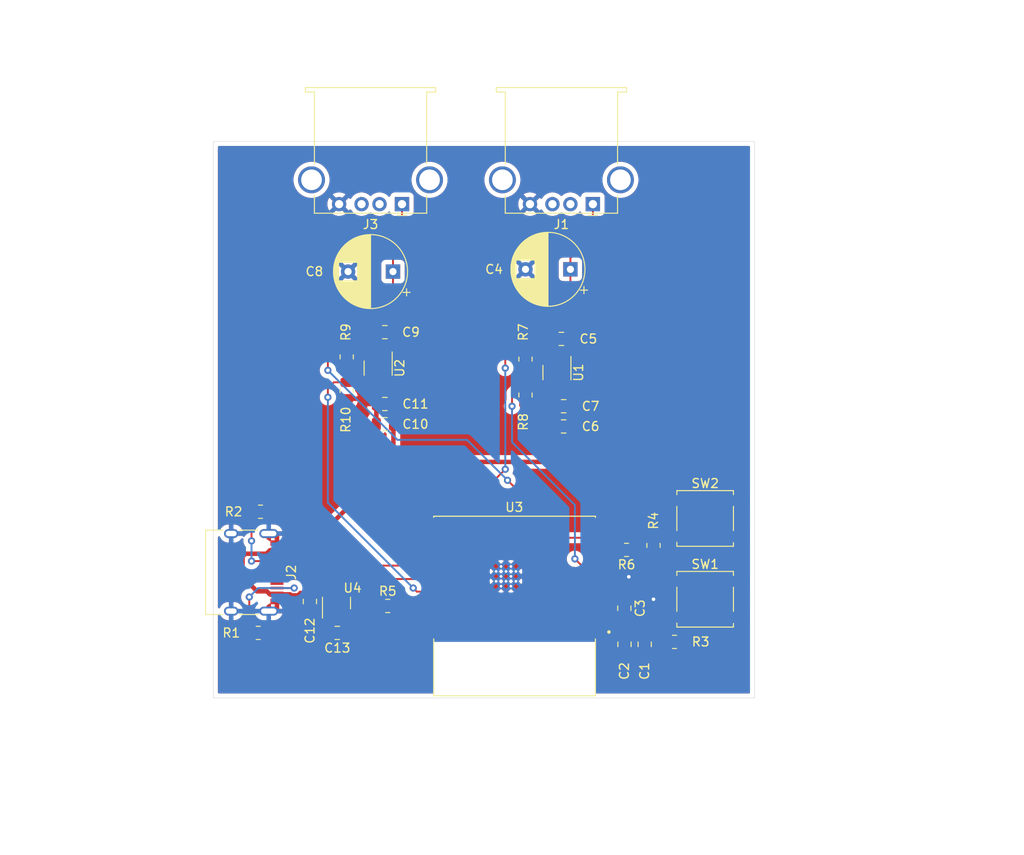
<source format=kicad_pcb>
(kicad_pcb (version 20211014) (generator pcbnew)
  (title_block (title "<<ID>>_<<project_name>>") (rev "<<version>>") (comment 4 "<<hash>>"))
  (layers (0 "F.Cu" signal) (31 "B.Cu" signal) (34 "B.Paste" user) (35 "F.Paste" user) (36 "B.SilkS" user "B.Silkscreen") (37 "F.SilkS" user "F.Silkscreen") (38 "B.Mask" user) (39 "F.Mask" user) (44 "Edge.Cuts" user))
  (net 0 "")
  (net 1 "+3.3V")
  (net 2 "GND")
  (net 3 "/EN")
  (net 4 "USB1_VCC")
  (net 5 "VCC")
  (net 6 "USB2_VCC")
  (net 10 "/CC1")
  (net 11 "D+")
  (net 12 "D-")
  (net 14 "/CC2")
  (net 19 "IO9")
  (net 20 "IO2")
  (net 21 "IO8")
  (net 22 "I010")
  (net 23 "IO7")
  (net 24 "IO3")
  (footprint "Resistor_SMD:R_0805_2012Metric" (layer "F.Cu") (at 175.5875 139.25)
    (fp_text reference "R3" (at 2.9125 0) (layer "F.SilkS"))
    (fp_text value "10K")
    (pad "1" smd roundrect (at -0.9125 0) (size 1.025 1.4) (layers "F.Cu" "F.Paste" "F.Mask") (roundrect_rratio 0.243902) (net 1 "+3.3V"))
    (pad "2" smd roundrect (at 0.9125 0) (size 1.025 1.4) (layers "F.Cu" "F.Paste" "F.Mask") (roundrect_rratio 0.243902) (net 3 "/EN"))
  )
  (footprint "Capacitor_SMD:C_0805_2012Metric" (layer "F.Cu") (at 163 105.5 180)
    (fp_text reference "C5" (at -3 0) (layer "F.SilkS"))
    (fp_text value "0.1uF")
    (pad "1" smd roundrect (at -0.95 0 180) (size 1 1.45) (layers "F.Cu" "F.Paste" "F.Mask") (net 4 "USB1_VCC"))
    (pad "2" smd roundrect (at 0.95 0 180) (size 1 1.45) (layers "F.Cu" "F.Paste" "F.Mask") (net 2 "GND"))
  )
  (footprint "Resistor_SMD:R_0805_2012Metric" (layer "F.Cu") (at 139.097349 111.25 -90)
    (fp_text reference "R10" (at 3.25 0.097349 90) (layer "F.SilkS"))
    (fp_text value "10k")
    (pad "1" smd roundrect (at -0.9125 0 270) (size 1.025 1.4) (layers "F.Cu" "F.Paste" "F.Mask") (roundrect_rratio 0.243902) (net 24 "IO3"))
    (pad "2" smd roundrect (at 0.9125 0 270) (size 1.025 1.4) (layers "F.Cu" "F.Paste" "F.Mask") (roundrect_rratio 0.243902) (net 2 "GND"))
  )
  (footprint "MCU_Espressif_custom:MODULE_ESP32-C3-WROOM-02-H4" (layer "F.Cu") (at 157.7875 135.25 180)
    (fp_text reference "U3" (at 0.0375 11) (layer "F.SilkS"))
    (fp_text value "ESP32-C3-WROOM-02-N4")
    (pad "1" smd rect (at -8.75 -2.9 180) (size 1.5 0.9) (layers "F.Cu" "F.Paste" "F.Mask") (net 1 "+3.3V"))
    (pad "2" smd rect (at -8.75 -1.4 180) (size 1.5 0.9) (layers "F.Cu" "F.Paste" "F.Mask") (net 3 "/EN"))
    (pad "3" smd rect (at -8.75 0.1 180) (size 1.5 0.9) (layers "F.Cu" "F.Paste" "F.Mask"))
    (pad "4" smd rect (at -8.75 1.6 180) (size 1.5 0.9) (layers "F.Cu" "F.Paste" "F.Mask"))
    (pad "5" smd rect (at -8.75 3.1 180) (size 1.5 0.9) (layers "F.Cu" "F.Paste" "F.Mask"))
    (pad "6" smd rect (at -8.75 4.6 180) (size 1.5 0.9) (layers "F.Cu" "F.Paste" "F.Mask") (net 23 "IO7"))
    (pad "7" smd rect (at -8.75 6.1 180) (size 1.5 0.9) (layers "F.Cu" "F.Paste" "F.Mask") (net 21 "IO8"))
    (pad "8" smd rect (at -8.75 7.6 180) (size 1.5 0.9) (layers "F.Cu" "F.Paste" "F.Mask") (net 19 "IO9"))
    (pad "9" smd rect (at -8.75 9.1 180) (size 1.5 0.9) (layers "F.Cu" "F.Paste" "F.Mask") (net 2 "GND"))
    (pad "10" smd rect (at 8.75 9.1 180) (size 1.5 0.9) (layers "F.Cu" "F.Paste" "F.Mask") (net 22 "I010"))
    (pad "11" smd rect (at 8.75 7.6 180) (size 1.5 0.9) (layers "F.Cu" "F.Paste" "F.Mask"))
    (pad "12" smd rect (at 8.75 6.1 180) (size 1.5 0.9) (layers "F.Cu" "F.Paste" "F.Mask"))
    (pad "13" smd rect (at 8.75 4.6 180) (size 1.5 0.9) (layers "F.Cu" "F.Paste" "F.Mask") (net 12 "D-"))
    (pad "14" smd rect (at 8.75 3.1 180) (size 1.5 0.9) (layers "F.Cu" "F.Paste" "F.Mask") (net 11 "D+"))
    (pad "15" smd rect (at 8.75 1.6 180) (size 1.5 0.9) (layers "F.Cu" "F.Paste" "F.Mask") (net 24 "IO3"))
    (pad "16" smd rect (at 8.75 0.1 180) (size 1.5 0.9) (layers "F.Cu" "F.Paste" "F.Mask") (net 20 "IO2"))
    (pad "17" smd rect (at 8.75 -1.4 180) (size 1.5 0.9) (layers "F.Cu" "F.Paste" "F.Mask"))
    (pad "18" smd rect (at 8.75 -2.9 180) (size 1.5 0.9) (layers "F.Cu" "F.Paste" "F.Mask"))
    (pad "19" smd rect (at -0.14 2.2 180) (size 0.7 0.7) (layers "F.Cu" "F.Paste" "F.Mask") (net 2 "GND"))
    (pad "20" smd rect (at 0.96 2.2 180) (size 0.7 0.7) (layers "F.Cu" "F.Paste" "F.Mask") (net 2 "GND"))
    (pad "21" smd rect (at 2.06 2.2 180) (size 0.7 0.7) (layers "F.Cu" "F.Paste" "F.Mask") (net 2 "GND"))
    (pad "22" smd rect (at -0.14 3.3 180) (size 0.7 0.7) (layers "F.Cu" "F.Paste" "F.Mask") (net 2 "GND"))
    (pad "23" smd rect (at 0.96 3.3 180) (size 0.7 0.7) (layers "F.Cu" "F.Paste" "F.Mask") (net 2 "GND"))
    (pad "24" smd rect (at 2.06 3.3 180) (size 0.7 0.7) (layers "F.Cu" "F.Paste" "F.Mask") (net 2 "GND"))
    (pad "25" smd rect (at -0.14 4.4 180) (size 0.7 0.7) (layers "F.Cu" "F.Paste" "F.Mask") (net 2 "GND"))
    (pad "26" smd rect (at 0.96 4.4 180) (size 0.7 0.7) (layers "F.Cu" "F.Paste" "F.Mask") (net 2 "GND"))
    (pad "27" smd rect (at 2.06 4.4 180) (size 0.7 0.7) (layers "F.Cu" "F.Paste" "F.Mask") (net 2 "GND"))
    (pad "28" thru_hole circle (at 0.41 2.2 180) (size 0.4 0.4) (drill 0.3) (layers *.Cu) (net 2 "GND"))
    (pad "29" thru_hole circle (at 1.51 2.2 180) (size 0.4 0.4) (drill 0.3) (layers *.Cu) (net 2 "GND"))
    (pad "30" thru_hole circle (at -0.14 2.75 180) (size 0.4 0.4) (drill 0.3) (layers *.Cu) (net 2 "GND"))
    (pad "31" thru_hole circle (at 0.96 2.75 180) (size 0.4 0.4) (drill 0.3) (layers *.Cu) (net 2 "GND"))
    (pad "32" thru_hole circle (at 2.06 2.75 180) (size 0.4 0.4) (drill 0.3) (layers *.Cu) (net 2 "GND"))
    (pad "33" thru_hole circle (at 0.41 3.3 180) (size 0.4 0.4) (drill 0.3) (layers *.Cu) (net 2 "GND"))
    (pad "34" thru_hole circle (at 1.51 3.3 180) (size 0.4 0.4) (drill 0.3) (layers *.Cu) (net 2 "GND"))
    (pad "35" thru_hole circle (at -0.14 3.85 180) (size 0.4 0.4) (drill 0.3) (layers *.Cu) (net 2 "GND"))
    (pad "36" thru_hole circle (at 0.96 3.85 180) (size 0.4 0.4) (drill 0.3) (layers *.Cu) (net 2 "GND"))
    (pad "37" thru_hole circle (at 2.06 3.85 180) (size 0.4 0.4) (drill 0.3) (layers *.Cu) (net 2 "GND"))
    (pad "38" thru_hole circle (at 0.41 4.4 180) (size 0.4 0.4) (drill 0.3) (layers *.Cu) (net 2 "GND"))
    (pad "39" thru_hole circle (at 1.51 4.4 180) (size 0.4 0.4) (drill 0.3) (layers *.Cu) (net 2 "GND"))
    (zone (net 0) (net_name "") (layer "F.Cu") (connect_pads (clearance 0)) (min_thickness 0.01)
      (keepout (tracks not_allowed) (vias not_allowed) (pads not_allowed) (copperpour not_allowed) (footprints allowed))
      (fill (thermal_gap 0.508) (thermal_bridge_width 0.508))
      (polygon (pts (xy 166.7875 145.25) (xy 148.7875 145.25) (xy 148.7875 139.25) (xy 166.7875 139.25)))
    )
    (zone (net 0) (net_name "") (layer "B.Cu") (connect_pads (clearance 0)) (min_thickness 0.01)
      (keepout (tracks not_allowed) (vias not_allowed) (pads not_allowed) (copperpour not_allowed) (footprints allowed))
      (fill (thermal_gap 0.508) (thermal_bridge_width 0.508))
      (polygon (pts (xy 166.7875 145.25) (xy 148.7875 145.25) (xy 148.7875 139.25) (xy 166.7875 139.25)))
    )
  )
  (footprint "Button_Switch_SMD:SW_SPST_EVPBF" (layer "F.Cu") (at 179 134.5)
    (fp_text reference "SW1" (at 0 -3.9) (layer "F.SilkS"))
    (fp_text value "EN")
    (pad "1" smd rect (at -2.88 -2) (size 2.75 1) (layers "F.Cu" "F.Paste" "F.Mask") (net 2 "GND"))
    (pad "1" smd rect (at 2.88 -2) (size 2.75 1) (layers "F.Cu" "F.Paste" "F.Mask") (net 2 "GND"))
    (pad "2" smd rect (at 2.88 2) (size 2.75 1) (layers "F.Cu" "F.Paste" "F.Mask") (net 3 "/EN"))
    (pad "2" smd rect (at -2.88 2) (size 2.75 1) (layers "F.Cu" "F.Paste" "F.Mask") (net 3 "/EN"))
  )
  (footprint "Resistor_SMD:R_0805_2012Metric" (layer "F.Cu") (at 159 107.75 -90)
    (fp_text reference "R7" (at -3 0.25 90) (layer "F.SilkS"))
    (fp_text value "10k")
    (pad "1" smd roundrect (at -0.9125 0 270) (size 1.025 1.4) (layers "F.Cu" "F.Paste" "F.Mask") (roundrect_rratio 0.243902) (net 22 "I010"))
    (pad "2" smd roundrect (at 0.9125 0 270) (size 1.025 1.4) (layers "F.Cu" "F.Paste" "F.Mask") (roundrect_rratio 0.243902) (net 5 "VCC"))
  )
  (footprint "Capacitor_SMD:C_0805_2012Metric" (layer "F.Cu") (at 170.02 139.52 -90)
    (fp_text reference "C2" (at 2.98 0.02 90) (layer "F.SilkS"))
    (fp_text value "0.1uF")
    (pad "1" smd roundrect (at -0.95 0 270) (size 1 1.45) (layers "F.Cu" "F.Paste" "F.Mask") (net 1 "+3.3V"))
    (pad "2" smd roundrect (at 0.95 0 270) (size 1 1.45) (layers "F.Cu" "F.Paste" "F.Mask") (net 2 "GND"))
  )
  (footprint "Capacitor_SMD:C_0805_2012Metric" (layer "F.Cu") (at 143.347349 115)
    (fp_text reference "C10" (at 3.402651 0) (layer "F.SilkS"))
    (fp_text value "10uF")
    (pad "1" smd roundrect (at -0.95 0) (size 1 1.45) (layers "F.Cu" "F.Paste" "F.Mask") (net 2 "GND"))
    (pad "2" smd roundrect (at 0.95 0) (size 1 1.45) (layers "F.Cu" "F.Paste" "F.Mask") (net 5 "VCC"))
  )
  (footprint "Capacitor_SMD:C_0805_2012Metric" (layer "F.Cu") (at 143.347349 112.75)
    (fp_text reference "C11" (at 3.402651 0) (layer "F.SilkS"))
    (fp_text value "1uF")
    (pad "1" smd roundrect (at -0.95 0) (size 1 1.45) (layers "F.Cu" "F.Paste" "F.Mask") (net 2 "GND"))
    (pad "2" smd roundrect (at 0.95 0) (size 1 1.45) (layers "F.Cu" "F.Paste" "F.Mask") (net 5 "VCC"))
  )
  (footprint "Resistor_SMD:R_0805_2012Metric" (layer "F.Cu") (at 139.097349 107.5 -90)
    (fp_text reference "R9" (at -2.75 0.097349 90) (layer "F.SilkS"))
    (fp_text value "10k")
    (pad "1" smd roundrect (at -0.9125 0 270) (size 1.025 1.4) (layers "F.Cu" "F.Paste" "F.Mask") (roundrect_rratio 0.243902) (net 19 "IO9"))
    (pad "2" smd roundrect (at 0.9125 0 270) (size 1.025 1.4) (layers "F.Cu" "F.Paste" "F.Mask") (roundrect_rratio 0.243902) (net 5 "VCC"))
  )
  (footprint "Capacitor_SMD:C_0805_2012Metric" (layer "F.Cu") (at 143.347349 104.75 180)
    (fp_text reference "C9" (at -2.902651 0) (layer "F.SilkS"))
    (fp_text value "0.1uF")
    (pad "1" smd roundrect (at -0.95 0 180) (size 1 1.45) (layers "F.Cu" "F.Paste" "F.Mask") (net 6 "USB2_VCC"))
    (pad "2" smd roundrect (at 0.95 0 180) (size 1 1.45) (layers "F.Cu" "F.Paste" "F.Mask") (net 2 "GND"))
  )
  (footprint "Resistor_SMD:R_0805_2012Metric" (layer "F.Cu") (at 159 111.75 -90)
    (fp_text reference "R8" (at 3 0.25 90) (layer "F.SilkS"))
    (fp_text value "10k")
    (pad "1" smd roundrect (at -0.9125 0 270) (size 1.025 1.4) (layers "F.Cu" "F.Paste" "F.Mask") (roundrect_rratio 0.243902) (net 23 "IO7"))
    (pad "2" smd roundrect (at 0.9125 0 270) (size 1.025 1.4) (layers "F.Cu" "F.Paste" "F.Mask") (roundrect_rratio 0.243902) (net 2 "GND"))
  )
  (footprint "Capacitor_THT:CP_Radial_D8.0mm_P5.00mm" (layer "F.Cu") (at 144.25 98 180)
    (fp_text reference "C8" (at 8.75 0) (layer "F.SilkS"))
    (fp_text value "120uF")
    (pad "1" thru_hole rect (at 0 0 180) (size 1.6 1.6) (drill 0.8) (layers *.Cu *.Mask) (net 6 "USB2_VCC"))
    (pad "2" thru_hole circle (at 5 0 180) (size 1.6 1.6) (drill 0.8) (layers *.Cu *.Mask) (net 2 "GND"))
  )
  (footprint "Capacitor_SMD:C_0805_2012Metric" (layer "F.Cu") (at 135 134.75 -90)
    (fp_text reference "C12" (at 3.25 0 90) (layer "F.SilkS"))
    (fp_text value "1uF")
    (pad "1" smd roundrect (at -0.95 0 270) (size 1 1.45) (layers "F.Cu" "F.Paste" "F.Mask") (net 5 "VCC"))
    (pad "2" smd roundrect (at 0.95 0 270) (size 1 1.45) (layers "F.Cu" "F.Paste" "F.Mask") (net 2 "GND"))
  )
  (footprint "Connector_USB:USB_A_Stewart_SS-52100-001_Horizontal" (layer "F.Cu") (at 145.25 90.49 180)
    (fp_text reference "J3" (at 3.5 -2.26) (layer "F.SilkS"))
    (fp_text value "USB_A")
    (pad "1" thru_hole rect (at 0 0 180) (size 1.6 1.6) (drill 0.92) (layers *.Cu *.Mask) (net 6 "USB2_VCC"))
    (pad "2" thru_hole circle (at 2.5 0 180) (size 1.6 1.6) (drill 0.92) (layers *.Cu *.Mask))
    (pad "3" thru_hole circle (at 4.5 0 180) (size 1.6 1.6) (drill 0.92) (layers *.Cu *.Mask))
    (pad "4" thru_hole circle (at 7 0 180) (size 1.6 1.6) (drill 0.92) (layers *.Cu *.Mask) (net 2 "GND"))
    (pad "5" thru_hole circle (at 10.07 2.71 180) (size 3 3) (drill 2.3) (layers *.Cu *.Mask))
    (pad "5" thru_hole circle (at -3.07 2.71 180) (size 3 3) (drill 2.3) (layers *.Cu *.Mask))
  )
  (footprint "Capacitor_SMD:C_0805_2012Metric" (layer "F.Cu") (at 138.05 138.25 180)
    (fp_text reference "C13" (at 0 -1.68) (layer "F.SilkS"))
    (fp_text value "1uF")
    (pad "1" smd roundrect (at -0.95 0 180) (size 1 1.45) (layers "F.Cu" "F.Paste" "F.Mask") (net 1 "+3.3V"))
    (pad "2" smd roundrect (at 0.95 0 180) (size 1 1.45) (layers "F.Cu" "F.Paste" "F.Mask") (net 2 "GND"))
  )
  (footprint "Resistor_SMD:R_0805_2012Metric" (layer "F.Cu") (at 129.5 124.75 180)
    (fp_text reference "R2" (at 3 0) (layer "F.SilkS"))
    (fp_text value "5.1k")
    (pad "1" smd roundrect (at -0.9125 0 180) (size 1.025 1.4) (layers "F.Cu" "F.Paste" "F.Mask") (roundrect_rratio 0.243902) (net 2 "GND"))
    (pad "2" smd roundrect (at 0.9125 0 180) (size 1.025 1.4) (layers "F.Cu" "F.Paste" "F.Mask") (roundrect_rratio 0.243902) (net 10 "/CC1"))
  )
  (footprint "Connector_USB:USB_A_Stewart_SS-52100-001_Horizontal" (layer "F.Cu") (at 166.5 90.49 180)
    (fp_text reference "J1" (at 3.5 -2.26) (layer "F.SilkS"))
    (fp_text value "USB_A")
    (pad "1" thru_hole rect (at 0 0 180) (size 1.6 1.6) (drill 0.92) (layers *.Cu *.Mask) (net 4 "USB1_VCC"))
    (pad "2" thru_hole circle (at 2.5 0 180) (size 1.6 1.6) (drill 0.92) (layers *.Cu *.Mask))
    (pad "3" thru_hole circle (at 4.5 0 180) (size 1.6 1.6) (drill 0.92) (layers *.Cu *.Mask))
    (pad "4" thru_hole circle (at 7 0 180) (size 1.6 1.6) (drill 0.92) (layers *.Cu *.Mask) (net 2 "GND"))
    (pad "5" thru_hole circle (at -3.07 2.71 180) (size 3 3) (drill 2.3) (layers *.Cu *.Mask))
    (pad "5" thru_hole circle (at 10.07 2.71 180) (size 3 3) (drill 2.3) (layers *.Cu *.Mask))
  )
  (footprint "Resistor_SMD:R_0805_2012Metric" (layer "F.Cu") (at 129.25 138.25 180)
    (fp_text reference "R1" (at 3 0) (layer "F.SilkS"))
    (fp_text value "5.1k")
    (pad "1" smd roundrect (at -0.9125 0 180) (size 1.025 1.4) (layers "F.Cu" "F.Paste" "F.Mask") (roundrect_rratio 0.243902) (net 2 "GND"))
    (pad "2" smd roundrect (at 0.9125 0 180) (size 1.025 1.4) (layers "F.Cu" "F.Paste" "F.Mask") (roundrect_rratio 0.243902) (net 14 "/CC2"))
  )
  (footprint "Resistor_SMD:R_0805_2012Metric" (layer "F.Cu") (at 170.25 129 180)
    (fp_text reference "R6" (at 0 -1.65) (layer "F.SilkS"))
    (fp_text value "10K")
    (pad "1" smd roundrect (at -0.9125 0 180) (size 1.025 1.4) (layers "F.Cu" "F.Paste" "F.Mask") (roundrect_rratio 0.243902) (net 1 "+3.3V"))
    (pad "2" smd roundrect (at 0.9125 0 180) (size 1.025 1.4) (layers "F.Cu" "F.Paste" "F.Mask") (roundrect_rratio 0.243902) (net 21 "IO8"))
  )
  (footprint "Resistor_SMD:R_0805_2012Metric" (layer "F.Cu") (at 143.6625 135.25)
    (fp_text reference "R5" (at 0 -1.65) (layer "F.SilkS"))
    (fp_text value "10K")
    (pad "1" smd roundrect (at -0.9125 0) (size 1.025 1.4) (layers "F.Cu" "F.Paste" "F.Mask") (roundrect_rratio 0.243902) (net 1 "+3.3V"))
    (pad "2" smd roundrect (at 0.9125 0) (size 1.025 1.4) (layers "F.Cu" "F.Paste" "F.Mask") (roundrect_rratio 0.243902) (net 20 "IO2"))
  )
  (footprint "Button_Switch_SMD:SW_SPST_EVPBF" (layer "F.Cu") (at 179 125.5)
    (fp_text reference "SW2" (at 0 -3.9) (layer "F.SilkS"))
    (fp_text value "IO9")
    (pad "1" smd rect (at 2.88 -2) (size 2.75 1) (layers "F.Cu" "F.Paste" "F.Mask") (net 2 "GND"))
    (pad "1" smd rect (at -2.88 -2) (size 2.75 1) (layers "F.Cu" "F.Paste" "F.Mask") (net 2 "GND"))
    (pad "2" smd rect (at -2.88 2) (size 2.75 1) (layers "F.Cu" "F.Paste" "F.Mask") (net 19 "IO9"))
    (pad "2" smd rect (at 2.88 2) (size 2.75 1) (layers "F.Cu" "F.Paste" "F.Mask") (net 19 "IO9"))
  )
  (footprint "Resistor_SMD:R_0805_2012Metric" (layer "F.Cu") (at 173.25 128.5 90)
    (fp_text reference "R4" (at 2.75 0 90) (layer "F.SilkS"))
    (fp_text value "10K")
    (pad "1" smd roundrect (at -0.9125 0 90) (size 1.025 1.4) (layers "F.Cu" "F.Paste" "F.Mask") (roundrect_rratio 0.243902) (net 1 "+3.3V"))
    (pad "2" smd roundrect (at 0.9125 0 90) (size 1.025 1.4) (layers "F.Cu" "F.Paste" "F.Mask") (roundrect_rratio 0.243902) (net 19 "IO9"))
  )
  (footprint "Package_TO_SOT_SMD:SOT-23" (layer "F.Cu") (at 137.96 134.92 90)
    (fp_text reference "U4" (at 1.67 1.79 180) (layer "F.SilkS"))
    (fp_text value "MCP1700T-3302E")
    (pad "1" smd roundrect (at -0.9375 -0.95 90) (size 1.475 0.6) (layers "F.Cu" "F.Paste" "F.Mask") (net 2 "GND"))
    (pad "2" smd roundrect (at -0.9375 0.95 90) (size 1.475 0.6) (layers "F.Cu" "F.Paste" "F.Mask") (net 1 "+3.3V"))
    (pad "3" smd roundrect (at 0.9375 0 90) (size 1.475 0.6) (layers "F.Cu" "F.Paste" "F.Mask") (net 5 "VCC"))
  )
  (footprint "Package_TO_SOT_SMD:SOT-23-5" (layer "F.Cu") (at 162.5 109.25 -90)
    (fp_text reference "U1" (at 0 -2.4 90) (layer "F.SilkS"))
    (fp_text value "AP22804AW5")
    (pad "1" smd roundrect (at -1.1375 -0.95 270) (size 1.325 0.6) (layers "F.Cu" "F.Paste" "F.Mask") (net 4 "USB1_VCC"))
    (pad "2" smd roundrect (at -1.1375 0 270) (size 1.325 0.6) (layers "F.Cu" "F.Paste" "F.Mask") (net 2 "GND"))
    (pad "3" smd roundrect (at -1.1375 0.95 270) (size 1.325 0.6) (layers "F.Cu" "F.Paste" "F.Mask") (net 22 "I010"))
    (pad "4" smd roundrect (at 1.1375 0.95 270) (size 1.325 0.6) (layers "F.Cu" "F.Paste" "F.Mask") (net 23 "IO7"))
    (pad "5" smd roundrect (at 1.1375 -0.95 270) (size 1.325 0.6) (layers "F.Cu" "F.Paste" "F.Mask") (net 5 "VCC"))
  )
  (footprint "Package_TO_SOT_SMD:SOT-23-5" (layer "F.Cu") (at 142.597349 108.75 -90)
    (fp_text reference "U2" (at 0 -2.4 90) (layer "F.SilkS"))
    (fp_text value "AP22804AW5")
    (pad "1" smd roundrect (at -1.1375 -0.95 270) (size 1.325 0.6) (layers "F.Cu" "F.Paste" "F.Mask") (net 6 "USB2_VCC"))
    (pad "2" smd roundrect (at -1.1375 0 270) (size 1.325 0.6) (layers "F.Cu" "F.Paste" "F.Mask") (net 2 "GND"))
    (pad "3" smd roundrect (at -1.1375 0.95 270) (size 1.325 0.6) (layers "F.Cu" "F.Paste" "F.Mask") (net 19 "IO9"))
    (pad "4" smd roundrect (at 1.1375 0.95 270) (size 1.325 0.6) (layers "F.Cu" "F.Paste" "F.Mask") (net 24 "IO3"))
    (pad "5" smd roundrect (at 1.1375 -0.95 270) (size 1.325 0.6) (layers "F.Cu" "F.Paste" "F.Mask") (net 5 "VCC"))
  )
  (footprint "Capacitor_SMD:C_0805_2012Metric" (layer "F.Cu") (at 163.25 113)
    (fp_text reference "C7" (at 3 0) (layer "F.SilkS"))
    (fp_text value "1uF")
    (pad "1" smd roundrect (at -0.95 0) (size 1 1.45) (layers "F.Cu" "F.Paste" "F.Mask") (net 2 "GND"))
    (pad "2" smd roundrect (at 0.95 0) (size 1 1.45) (layers "F.Cu" "F.Paste" "F.Mask") (net 5 "VCC"))
  )
  (footprint "Capacitor_SMD:C_0805_2012Metric" (layer "F.Cu") (at 163.25 115.25)
    (fp_text reference "C6" (at 3 0) (layer "F.SilkS"))
    (fp_text value "10uF")
    (pad "1" smd roundrect (at -0.95 0) (size 1 1.45) (layers "F.Cu" "F.Paste" "F.Mask") (net 2 "GND"))
    (pad "2" smd roundrect (at 0.95 0) (size 1 1.45) (layers "F.Cu" "F.Paste" "F.Mask") (net 5 "VCC"))
  )
  (footprint "Capacitor_THT:CP_Radial_D8.0mm_P5.00mm" (layer "F.Cu") (at 164 97.75 180)
    (fp_text reference "C4" (at 8.5 0) (layer "F.SilkS"))
    (fp_text value "120uF")
    (pad "1" thru_hole rect (at 0 0 180) (size 1.6 1.6) (drill 0.8) (layers *.Cu *.Mask) (net 4 "USB1_VCC"))
    (pad "2" thru_hole circle (at 5 0 180) (size 1.6 1.6) (drill 0.8) (layers *.Cu *.Mask) (net 2 "GND"))
  )
  (footprint "Capacitor_SMD:C_0805_2012Metric" (layer "F.Cu") (at 172.27 139.52 -90)
    (fp_text reference "C1" (at 2.98 0.02 90) (layer "F.SilkS"))
    (fp_text value "10uF")
    (pad "1" smd roundrect (at -0.95 0 270) (size 1 1.45) (layers "F.Cu" "F.Paste" "F.Mask") (net 1 "+3.3V"))
    (pad "2" smd roundrect (at 0.95 0 270) (size 1 1.45) (layers "F.Cu" "F.Paste" "F.Mask") (net 2 "GND"))
  )
  (footprint "Capacitor_SMD:C_0805_2012Metric" (layer "F.Cu") (at 170 135.5 90)
    (fp_text reference "C3" (at 0 1.75 90) (layer "F.SilkS"))
    (fp_text value "1uF")
    (pad "1" smd roundrect (at -0.95 0 90) (size 1 1.45) (layers "F.Cu" "F.Paste" "F.Mask") (net 3 "/EN"))
    (pad "2" smd roundrect (at 0.95 0 90) (size 1 1.45) (layers "F.Cu" "F.Paste" "F.Mask") (net 2 "GND"))
  )
  (footprint "Connector_USB:USB_C_Receptacle_HRO_TYPE-C-31-M-12" (layer "F.Cu") (at 127.2875 131.5 -90)
    (fp_text reference "J2" (at 0 -5.645 90) (layer "F.SilkS"))
    (fp_text value "HRO_TYPE-C-31-M-12")
    (pad "" np_thru_hole circle (at 2.89 -2.6 270) (size 0.65 0.65) (drill 0.65) (layers *.Cu *.Mask))
    (pad "" np_thru_hole circle (at -2.89 -2.6 270) (size 0.65 0.65) (drill 0.65) (layers *.Cu *.Mask))
    (pad "A1" smd rect (at -3.25 -4.045 270) (size 0.6 1.45) (layers "F.Cu" "F.Paste" "F.Mask") (net 2 "GND"))
    (pad "A4" smd rect (at -2.45 -4.045 270) (size 0.6 1.45) (layers "F.Cu" "F.Paste" "F.Mask") (net 5 "VCC"))
    (pad "A5" smd rect (at -1.25 -4.045 270) (size 0.3 1.45) (layers "F.Cu" "F.Paste" "F.Mask") (net 10 "/CC1"))
    (pad "A6" smd rect (at -0.25 -4.045 270) (size 0.3 1.45) (layers "F.Cu" "F.Paste" "F.Mask") (net 11 "D+"))
    (pad "A7" smd rect (at 0.25 -4.045 270) (size 0.3 1.45) (layers "F.Cu" "F.Paste" "F.Mask") (net 12 "D-"))
    (pad "A8" smd rect (at 1.25 -4.045 270) (size 0.3 1.45) (layers "F.Cu" "F.Paste" "F.Mask"))
    (pad "A9" smd rect (at 2.45 -4.045 270) (size 0.6 1.45) (layers "F.Cu" "F.Paste" "F.Mask") (net 5 "VCC"))
    (pad "A12" smd rect (at 3.25 -4.045 270) (size 0.6 1.45) (layers "F.Cu" "F.Paste" "F.Mask") (net 2 "GND"))
    (pad "B1" smd rect (at 3.25 -4.045 270) (size 0.6 1.45) (layers "F.Cu" "F.Paste" "F.Mask") (net 2 "GND"))
    (pad "B4" smd rect (at 2.45 -4.045 270) (size 0.6 1.45) (layers "F.Cu" "F.Paste" "F.Mask") (net 5 "VCC"))
    (pad "B5" smd rect (at 1.75 -4.045 270) (size 0.3 1.45) (layers "F.Cu" "F.Paste" "F.Mask") (net 14 "/CC2"))
    (pad "B6" smd rect (at 0.75 -4.045 270) (size 0.3 1.45) (layers "F.Cu" "F.Paste" "F.Mask") (net 11 "D+"))
    (pad "B7" smd rect (at -0.75 -4.045 270) (size 0.3 1.45) (layers "F.Cu" "F.Paste" "F.Mask") (net 12 "D-"))
    (pad "B8" smd rect (at -1.75 -4.045 270) (size 0.3 1.45) (layers "F.Cu" "F.Paste" "F.Mask"))
    (pad "B9" smd rect (at -2.45 -4.045 270) (size 0.6 1.45) (layers "F.Cu" "F.Paste" "F.Mask") (net 5 "VCC"))
    (pad "B12" smd rect (at -3.25 -4.045 270) (size 0.6 1.45) (layers "F.Cu" "F.Paste" "F.Mask") (net 2 "GND"))
    (pad "S1" thru_hole oval (at -4.32 -3.13 270) (size 1 2.1) (drill oval 0.6 1.7) (layers *.Cu *.Mask) (net 2 "GND"))
    (pad "S1" thru_hole oval (at 4.32 -3.13 270) (size 1 2.1) (drill oval 0.6 1.7) (layers *.Cu *.Mask) (net 2 "GND"))
    (pad "S1" thru_hole oval (at 4.32 1.05 270) (size 1 1.6) (drill oval 0.6 1.2) (layers *.Cu *.Mask) (net 2 "GND"))
    (pad "S1" thru_hole oval (at -4.32 1.05 270) (size 1 1.6) (drill oval 0.6 1.2) (layers *.Cu *.Mask) (net 2 "GND"))
  )
  (gr_rect (start 124.25 83.5) (end 184.5 145.5) (layer "Edge.Cuts") (width 0.05) (fill none))
  (segment (start 174.675 141.425) (end 174.675 139.25) (width 0.21) (layer "F.Cu") (net 1))
  (segment (start 139 138.25) (end 139.625 138.875) (width 0.21) (layer "F.Cu") (net 1))
  (segment (start 177.75 141.75) (end 175 141.75) (width 0.21) (layer "F.Cu") (net 1))
  (segment (start 152.875 138.875) (end 153.6 138.15) (width 0.21) (layer "F.Cu") (net 1))
  (segment (start 170.02 138.57) (end 172.27 138.57) (width 0.21) (layer "F.Cu") (net 1))
  (segment (start 173.57 138.57) (end 174.25 139.25) (width 0.21) (layer "F.Cu") (net 1))
  (segment (start 172.27 138.57) (end 173.57 138.57) (width 0.21) (layer "F.Cu") (net 1))
  (segment (start 173.25 129.4125) (end 174.5875 130.75) (width 0.21) (layer "F.Cu") (net 1))
  (segment (start 139.625 138.875) (end 152.875 138.875) (width 0.21) (layer "F.Cu") (net 1))
  (segment (start 175 141.75) (end 174.675 141.425) (width 0.21) (layer "F.Cu") (net 1))
  (segment (start 138.91 138.16) (end 139 138.25) (width 0.21) (layer "F.Cu") (net 1))
  (segment (start 138.91 135.8575) (end 140.3925 135.8575) (width 0.21) (layer "F.Cu") (net 1))
  (segment (start 178.75 131.75) (end 178.75 140.75) (width 0.21) (layer "F.Cu") (net 1))
  (segment (start 140.3925 135.8575) (end 141 135.25) (width 0.21) (layer "F.Cu") (net 1))
  (segment (start 174.5875 130.75) (end 177.75 130.75) (width 0.21) (layer "F.Cu") (net 1))
  (segment (start 141 135.25) (end 142.75 135.25) (width 0.21) (layer "F.Cu") (net 1))
  (segment (start 178.75 140.75) (end 177.75 141.75) (width 0.21) (layer "F.Cu") (net 1))
  (segment (start 166.5375 138.15) (end 168.15 138.15) (width 0.21) (layer "F.Cu") (net 1))
  (segment (start 168.15 138.15) (end 168.57 138.57) (width 0.21) (layer "F.Cu") (net 1))
  (segment (start 171.575 129.4125) (end 173.25 129.4125) (width 0.21) (layer "F.Cu") (net 1))
  (segment (start 177.75 130.75) (end 178.75 131.75) (width 0.21) (layer "F.Cu") (net 1))
  (segment (start 174.25 139.25) (end 174.675 139.25) (width 0.21) (layer "F.Cu") (net 1))
  (segment (start 153.6 138.15) (end 166.5375 138.15) (width 0.21) (layer "F.Cu") (net 1))
  (segment (start 168.57 138.57) (end 170.02 138.57) (width 0.21) (layer "F.Cu") (net 1))
  (segment (start 171.1625 129) (end 171.575 129.4125) (width 0.21) (layer "F.Cu") (net 1))
  (segment (start 138.91 135.8575) (end 138.91 138.16) (width 0.21) (layer "F.Cu") (net 1))
  (via (at 173.25 134.5) (size 0.8) (drill 0.4) (layers "F.Cu" "B.Cu") (net 2))
  (via (at 170.5 132) (size 0.8) (drill 0.4) (layers "F.Cu" "B.Cu") (net 2))
  (segment (start 176.12 137.37) (end 176.5 137.75) (width 0.21) (layer "F.Cu") (net 3))
  (segment (start 170.05 136.5) (end 176.12 136.5) (width 0.21) (layer "F.Cu") (net 3))
  (segment (start 168.3 136.45) (end 170 136.45) (width 0.21) (layer "F.Cu") (net 3))
  (segment (start 176.5 137.75) (end 176.5 139.25) (width 0.21) (layer "F.Cu") (net 3))
  (segment (start 170 136.45) (end 170.05 136.5) (width 0.21) (layer "F.Cu") (net 3))
  (segment (start 168.1 136.65) (end 168.3 136.45) (width 0.21) (layer "F.Cu") (net 3))
  (segment (start 176.12 136.5) (end 176.12 137.37) (width 0.21) (layer "F.Cu") (net 3))
  (segment (start 166.5375 136.65) (end 168.1 136.65) (width 0.21) (layer "F.Cu") (net 3))
  (segment (start 164 97.75) (end 164 96.5) (width 0.21) (layer "F.Cu") (net 4))
  (segment (start 163.95 106.55) (end 163.95 105.5) (width 0.21) (layer "F.Cu") (net 4))
  (segment (start 163.45 108.1125) (end 163.45 107.05) (width 0.21) (layer "F.Cu") (net 4))
  (segment (start 164 96.5) (end 166.5 94) (width 0.21) (layer "F.Cu") (net 4))
  (segment (start 163.45 107.05) (end 163.95 106.55) (width 0.21) (layer "F.Cu") (net 4))
  (segment (start 166.5 94) (end 166.5 90.49) (width 0.21) (layer "F.Cu") (net 4))
  (segment (start 164 105.45) (end 164 97.75) (width 0.21) (layer "F.Cu") (net 4))
  (segment (start 163.95 105.5) (end 164 105.45) (width 0.21) (layer "F.Cu") (net 4))
  (segment (start 163.45 111.45) (end 163.45 110.3875) (width 0.21) (layer "F.Cu") (net 5))
  (segment (start 160.1625 108.6625) (end 160.75 109.25) (width 0.21) (layer "F.Cu") (net 5))
  (segment (start 132.910344 134.07) (end 133.68 134.07) (width 0.5) (layer "F.Cu") (net 5))
  (segment (start 130.163518 129.43) (end 130.543518 129.05) (width 0.5) (layer "F.Cu") (net 5))
  (segment (start 130.208517 133.614999) (end 129.114999 133.614999) (width 0.5) (layer "F.Cu") (net 5))
  (segment (start 163.5 109.5) (end 163.5 110.3375) (width 0.21) (layer "F.Cu") (net 5))
  (segment (start 133.95 133.8) (end 135 133.8) (width 0.5) (layer "F.Cu") (net 5))
  (segment (start 144.297349 112.75) (end 144.297349 111.797349) (width 0.21) (layer "F.Cu") (net 5))
  (segment (start 164.2 112.2) (end 163.45 111.45) (width 0.21) (layer "F.Cu") (net 5))
  (segment (start 140.5 108.75) (end 143.25 108.75) (width 0.21) (layer "F.Cu") (net 5))
  (segment (start 163.5 110.3375) (end 163.45 110.3875) (width 0.21) (layer "F.Cu") (net 5))
  (segment (start 144.297349 119.202651) (end 162.297349 119.202651) (width 0.5) (layer "F.Cu") (net 5))
  (segment (start 134.45 129.05) (end 144.297349 119.202651) (width 0.5) (layer "F.Cu") (net 5))
  (segment (start 163.25 109.25) (end 163.5 109.5) (width 0.21) (layer "F.Cu") (net 5))
  (segment (start 130.543518 129.05) (end 131.3325 129.05) (width 0.5) (layer "F.Cu") (net 5))
  (segment (start 144.297349 115) (end 144.297349 112.75) (width 0.21) (layer "F.Cu") (net 5))
  (segment (start 164.2 113) (end 164.2 112.2) (width 0.21) (layer "F.Cu") (net 5))
  (segment (start 143.547349 111.047349) (end 143.547349 109.8875) (width 0.21) (layer "F.Cu") (net 5))
  (segment (start 129.114999 133.614999) (end 127.5 132) (width 0.5) (layer "F.Cu") (net 5))
  (segment (start 140.1625 108.4125) (end 140.5 108.75) (width 0.21) (layer "F.Cu") (net 5))
  (segment (start 127.5 132) (end 127.5 129.75) (width 0.5) (layer "F.Cu") (net 5))
  (segment (start 127.82 129.43) (end 130.163518 129.43) (width 0.5) (layer "F.Cu") (net 5))
  (segment (start 164.2 115.25) (end 164.2 113) (width 0.21) (layer "F.Cu") (net 5))
  (segment (start 143.547349 109.047349) (end 143.547349 109.8875) (width 0.21) (layer "F.Cu") (net 5))
  (segment (start 130.543518 133.95) (end 130.208517 133.614999) (width 0.5) (layer "F.Cu") (net 5))
  (segment (start 131.3325 129.05) (end 134.45 129.05) (width 0.5) (layer "F.Cu") (net 5))
  (segment (start 144.297349 111.797349) (end 143.547349 111.047349) (width 0.21) (layer "F.Cu") (net 5))
  (segment (start 160.75 109.25) (end 163.25 109.25) (width 0.21) (layer "F.Cu") (net 5))
  (segment (start 133.68 134.07) (end 133.95 133.8) (width 0.5) (layer "F.Cu") (net 5))
  (segment (start 143.25 108.75) (end 143.547349 109.047349) (width 0.21) (layer "F.Cu") (net 5))
  (segment (start 137.7775 133.8) (end 137.96 133.9825) (width 0.21) (layer "F.Cu") (net 5))
  (segment (start 132.790344 133.95) (end 132.910344 134.07) (width 0.5) (layer "F.Cu") (net 5))
  (segment (start 131.3325 133.95) (end 132.790344 133.95) (width 0.5) (layer "F.Cu") (net 5))
  (segment (start 135 133.8) (end 137.7775 133.8) (width 0.21) (layer "F.Cu") (net 5))
  (segment (start 159 108.6625) (end 160.1625 108.6625) (width 0.21) (layer "F.Cu") (net 5))
  (segment (start 127.5 129.75) (end 127.82 129.43) (width 0.5) (layer "F.Cu") (net 5))
  (segment (start 139.097349 108.4125) (end 140.1625 108.4125) (width 0.21) (layer "F.Cu") (net 5))
  (segment (start 131.3325 133.95) (end 130.543518 133.95) (width 0.5) (layer "F.Cu") (net 5))
  (segment (start 162.297349 119.202651) (end 164.2 117.3) (width 0.5) (layer "F.Cu") (net 5))
  (segment (start 144.297349 119.202651) (end 144.297349 115) (width 0.5) (layer "F.Cu") (net 5))
  (segment (start 164.2 117.3) (end 164.2 115.25) (width 0.5) (layer "F.Cu") (net 5))
  (segment (start 144.25 104.702651) (end 144.25 98) (width 0.21) (layer "F.Cu") (net 6))
  (segment (start 144.297349 105.952651) (end 144.297349 104.75) (width 0.21) (layer "F.Cu") (net 6))
  (segment (start 143.547349 106.702651) (end 144.297349 105.952651) (width 0.21) (layer "F.Cu") (net 6))
  (segment (start 144.25 98) (end 144.25 94.5) (width 0.21) (layer "F.Cu") (net 6))
  (segment (start 144.25 94.5) (end 145.25 93.5) (width 0.21) (layer "F.Cu") (net 6))
  (segment (start 143.547349 107.6125) (end 143.547349 106.702651) (width 0.21) (layer "F.Cu") (net 6))
  (segment (start 144.297349 104.75) (end 144.25 104.702651) (width 0.21) (layer "F.Cu") (net 6))
  (segment (start 145.25 93.5) (end 145.25 90.49) (width 0.21) (layer "F.Cu") (net 6))
  (segment (start 128.5 124.8375) (end 128.5875 124.75) (width 0.21) (layer "F.Cu") (net 10))
  (segment (start 128.5 130.25) (end 131.3325 130.25) (width 0.21) (layer "F.Cu") (net 10))
  (segment (start 128.5 128) (end 128.5 124.8375) (width 0.21) (layer "F.Cu") (net 10))
  (via (at 128.5 128) (size 0.8) (drill 0.4) (layers "F.Cu" "B.Cu") (net 10))
  (via (at 128.5 130.25) (size 0.8) (drill 0.4) (layers "F.Cu" "B.Cu") (net 10))
  (segment (start 128.5 130.25) (end 128.5 128) (width 0.21) (layer "B.Cu") (net 10))
  (segment (start 131.3325 132.25) (end 132.75 132.25) (width 0.21) (layer "F.Cu") (net 11))
  (segment (start 133 131.5) (end 132.75 131.25) (width 0.21) (layer "F.Cu") (net 11))
  (segment (start 148.9375 132.25) (end 149.0375 132.15) (width 0.21) (layer "F.Cu") (net 11))
  (segment (start 132.75 131.25) (end 131.3325 131.25) (width 0.21) (layer "F.Cu") (net 11))
  (segment (start 131.3325 132.25) (end 148.9375 132.25) (width 0.21) (layer "F.Cu") (net 11))
  (segment (start 133 132) (end 133 131.5) (width 0.21) (layer "F.Cu") (net 11))
  (segment (start 132.75 132.25) (end 133 132) (width 0.21) (layer "F.Cu") (net 11))
  (segment (start 148.9375 130.75) (end 149.0375 130.65) (width 0.21) (layer "F.Cu") (net 12))
  (segment (start 130.25 130.75) (end 130 131) (width 0.21) (layer "F.Cu") (net 12))
  (segment (start 130 131.5) (end 130.25 131.75) (width 0.21) (layer "F.Cu") (net 12))
  (segment (start 130 131) (end 130 131.5) (width 0.21) (layer "F.Cu") (net 12))
  (segment (start 131.3325 130.75) (end 148.9375 130.75) (width 0.21) (layer "F.Cu") (net 12))
  (segment (start 130.25 131.75) (end 131.3325 131.75) (width 0.21) (layer "F.Cu") (net 12))
  (segment (start 131.3325 130.75) (end 130.25 130.75) (width 0.21) (layer "F.Cu") (net 12))
  (segment (start 131.3325 133.25) (end 133.25 133.25) (width 0.21) (layer "F.Cu") (net 14))
  (segment (start 128.25 138.1625) (end 128.3375 138.25) (width 0.21) (layer "F.Cu") (net 14))
  (segment (start 128.25 134.25) (end 128.25 138.1625) (width 0.21) (layer "F.Cu") (net 14))
  (via (at 128.25 134.25) (size 0.8) (drill 0.4) (layers "F.Cu" "B.Cu") (net 14))
  (via (at 133.25 133.25) (size 0.8) (drill 0.4) (layers "F.Cu" "B.Cu") (net 14))
  (segment (start 133.25 133.25) (end 129.25 133.25) (width 0.21) (layer "B.Cu") (net 14))
  (segment (start 129.25 133.25) (end 128.25 134.25) (width 0.21) (layer "B.Cu") (net 14))
  (segment (start 173.3375 127.5) (end 176.12 127.5) (width 0.21) (layer "F.Cu") (net 19))
  (segment (start 137 109) (end 137 107) (width 0.21) (layer "F.Cu") (net 19))
  (segment (start 141.647349 107.6125) (end 140.122349 107.6125) (width 0.21) (layer "F.Cu") (net 19))
  (segment (start 163.4 127.65) (end 157 121.25) (width 0.21) (layer "F.Cu") (net 19))
  (segment (start 166.5375 127.65) (end 163.4 127.65) (width 0.21) (layer "F.Cu") (net 19))
  (segment (start 173.25 127.5875) (end 173.1875 127.65) (width 0.21) (layer "F.Cu") (net 19))
  (segment (start 137.4125 106.5875) (end 139.097349 106.5875) (width 0.21) (layer "F.Cu") (net 19))
  (segment (start 173.1875 127.65) (end 166.5375 127.65) (width 0.21) (layer "F.Cu") (net 19))
  (segment (start 137 107) (end 137.4125 106.5875) (width 0.21) (layer "F.Cu") (net 19))
  (segment (start 140.122349 107.6125) (end 139.097349 106.5875) (width 0.21) (layer "F.Cu") (net 19))
  (segment (start 173.25 127.5875) (end 173.3375 127.5) (width 0.21) (layer "F.Cu") (net 19))
  (via (at 157 121.25) (size 0.8) (drill 0.4) (layers "F.Cu" "B.Cu") (net 19))
  (via (at 137 109) (size 0.8) (drill 0.4) (layers "F.Cu" "B.Cu") (net 19))
  (segment (start 147.25 116.75) (end 144.75 116.75) (width 0.21) (layer "B.Cu") (net 19))
  (segment (start 157 121.25) (end 152.5 116.75) (width 0.21) (layer "B.Cu") (net 19))
  (segment (start 152.5 116.75) (end 147.25 116.75) (width 0.21) (layer "B.Cu") (net 19))
  (segment (start 144.75 116.75) (end 137 109) (width 0.21) (layer "B.Cu") (net 19))
  (segment (start 144.575 135.25) (end 144.675 135.15) (width 0.21) (layer "F.Cu") (net 20))
  (segment (start 144.675 135.15) (end 149.0375 135.15) (width 0.21) (layer "F.Cu") (net 20))
  (segment (start 169.1875 129.15) (end 169.3375 129) (width 0.21) (layer "F.Cu") (net 21))
  (segment (start 166.5375 129.15) (end 169.1875 129.15) (width 0.21) (layer "F.Cu") (net 21))
  (segment (start 156.75 107.75) (end 157.6625 106.8375) (width 0.21) (layer "F.Cu") (net 22))
  (segment (start 159.8375 106.8375) (end 159 106.8375) (width 0.21) (layer "F.Cu") (net 22))
  (segment (start 149.0375 126.15) (end 150.622151 126.15) (width 0.21) (layer "F.Cu") (net 22))
  (segment (start 157.6625 106.8375) (end 159 106.8375) (width 0.21) (layer "F.Cu") (net 22))
  (segment (start 150.622151 126.15) (end 156.75 120.022151) (width 0.21) (layer "F.Cu") (net 22))
  (segment (start 156.75 108.75) (end 156.75 107.75) (width 0.21) (layer "F.Cu") (net 22))
  (segment (start 161.1125 108.1125) (end 159.8375 106.8375) (width 0.21) (layer "F.Cu") (net 22))
  (segment (start 161.55 108.1125) (end 161.1125 108.1125) (width 0.21) (layer "F.Cu") (net 22))
  (via (at 156.75 120.022151) (size 0.8) (drill 0.4) (layers "F.Cu" "B.Cu") (net 22))
  (via (at 156.75 108.75) (size 0.8) (drill 0.4) (layers "F.Cu" "B.Cu") (net 22))
  (segment (start 156.75 120.022151) (end 156.75 108.75) (width 0.21) (layer "B.Cu") (net 22))
  (segment (start 160.6125 110.3875) (end 160.1625 110.8375) (width 0.21) (layer "F.Cu") (net 23))
  (segment (start 157.5 111.5) (end 158.1625 110.8375) (width 0.21) (layer "F.Cu") (net 23))
  (segment (start 166.5375 130.65) (end 165.15 130.65) (width 0.21) (layer "F.Cu") (net 23))
  (segment (start 158.1625 110.8375) (end 159 110.8375) (width 0.21) (layer "F.Cu") (net 23))
  (segment (start 161.55 110.3875) (end 160.6125 110.3875) (width 0.21) (layer "F.Cu") (net 23))
  (segment (start 160.1625 110.8375) (end 159 110.8375) (width 0.21) (layer "F.Cu") (net 23))
  (segment (start 157.5 113) (end 157.5 111.5) (width 0.21) (layer "F.Cu") (net 23))
  (segment (start 165.15 130.65) (end 164.5 130) (width 0.21) (layer "F.Cu") (net 23))
  (via (at 164.5 130) (size 0.8) (drill 0.4) (layers "F.Cu" "B.Cu") (net 23))
  (via (at 157.5 113) (size 0.8) (drill 0.4) (layers "F.Cu" "B.Cu") (net 23))
  (segment (start 157.5 117) (end 157.5 113) (width 0.21) (layer "B.Cu") (net 23))
  (segment (start 161.25 120.75) (end 157.5 117) (width 0.21) (layer "B.Cu") (net 23))
  (segment (start 164.5 124) (end 161.25 120.75) (width 0.21) (layer "B.Cu") (net 23))
  (segment (start 164.5 130) (end 164.5 124) (width 0.21) (layer "B.Cu") (net 23))
  (segment (start 140.8625 109.8875) (end 140.4125 110.3375) (width 0.21) (layer "F.Cu") (net 24))
  (segment (start 140.4125 110.3375) (end 139.097349 110.3375) (width 0.21) (layer "F.Cu") (net 24))
  (segment (start 137 112) (end 137 111) (width 0.21) (layer "F.Cu") (net 24))
  (segment (start 146.9 133.65) (end 146.5 133.25) (width 0.21) (layer "F.Cu") (net 24))
  (segment (start 141.647349 109.8875) (end 140.8625 109.8875) (width 0.21) (layer "F.Cu") (net 24))
  (segment (start 137 111) (end 137.6625 110.3375) (width 0.21) (layer "F.Cu") (net 24))
  (segment (start 149.0375 133.65) (end 146.9 133.65) (width 0.21) (layer "F.Cu") (net 24))
  (segment (start 137.6625 110.3375) (end 139.097349 110.3375) (width 0.21) (layer "F.Cu") (net 24))
  (via (at 137 112) (size 0.8) (drill 0.4) (layers "F.Cu" "B.Cu") (net 24))
  (via (at 146.5 133.25) (size 0.8) (drill 0.4) (layers "F.Cu" "B.Cu") (net 24))
  (segment (start 137 123.75) (end 137 112) (width 0.21) (layer "B.Cu") (net 24))
  (segment (start 146.5 133.25) (end 137 123.75) (width 0.21) (layer "B.Cu") (net 24))
  (zone (net 2) (net_name "GND") (layers F&B.Cu) (connect_pads (clearance 0.508)) (min_thickness 0.254) (fill yes (thermal_gap 0.508) (thermal_bridge_width 0.508))
    (polygon (pts (xy 214.5 70) (xy 211.5 162) (xy 100.5 163) (xy 105.25 67.75)))
  )
)
</source>
